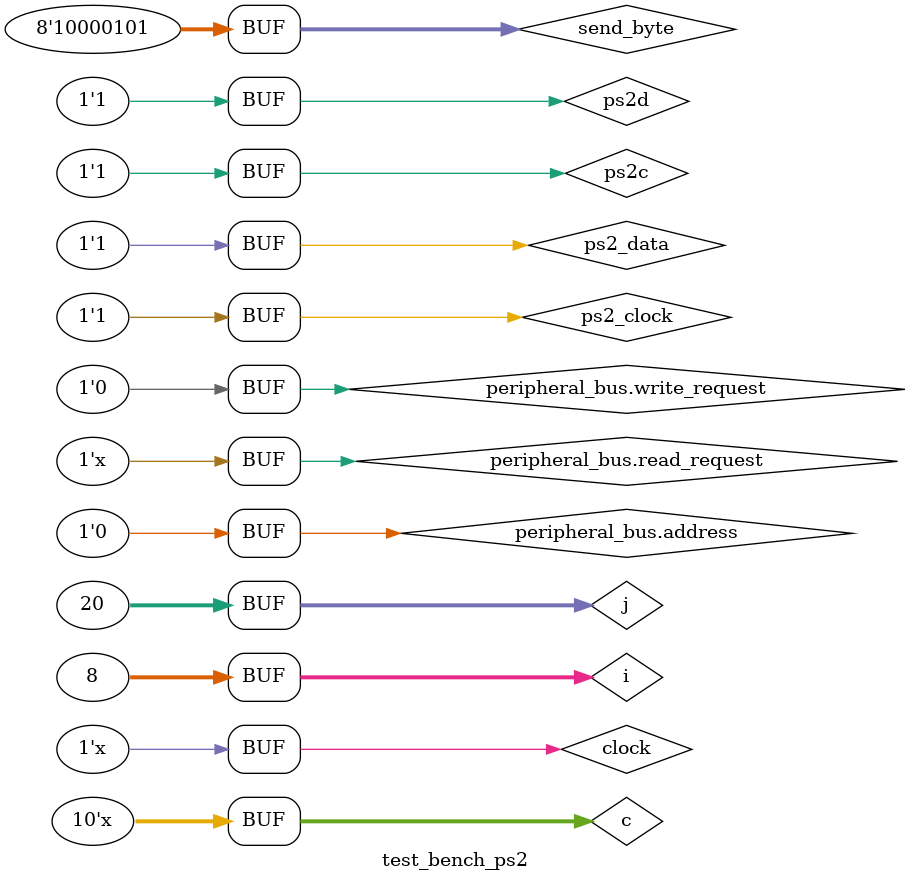
<source format=sv>
`timescale 1 ns/ 1 ps

`include "bus_interfaces.sv"

module test_bench_ps2;

      reg clock = 0;
      always #5 clock = ~clock;

      /*wire ps2_clock = 1'bz;
      wire ps2_data = 1'bz;
      pullup(ps2_clock);
      pullup(ps2_data);*/
      
      reg ps2_clock = 1;
      reg ps2_data = 1;
      wire ps2c = ps2_clock;
      wire ps2d = ps2_data;
      reg [7:0] send_byte;
      integer i, j;
      initial begin
            #60000;
            for (j = 0; j < 20; j = j+1) begin
                  send_byte = 133;
                  ps2_data = 0; ps2_clock = 0; #30000;
                  ps2_clock = 1; #30000;
                  for (i=0; i<8; i=i+1) begin
                        ps2_data = send_byte[i]; ps2_clock = 0; #30000;
                        ps2_clock = 1; #30000;
                  end
                  ps2_data = ~^send_byte; ps2_clock = 0; #30000;
                  ps2_clock = 1; #30000;
                  ps2_data = 1; ps2_clock = 0; #30000;
                  ps2_clock = 1; #30000;
                  #500000;
            end
      end
      
      slowIO_interface ps2_bus();
      ps2_controller ps2(
            .clock(clock),
            .reset(1'b0),
            .io_bus(ps2_bus),
            .ps2_clock(ps2c),
            .ps2_data(ps2d)
      );

      defparam ps2_buf.ADDR = 3'd4;
      defparam ps2_buf.WRITE_BUF_SIZE = 0;
      peripheral_interface peripheral_bus();
      slowIO_buffer ps2_buf(
            .reset(1'b0),
            .clock(clock),
            .peripheral_bus(peripheral_bus),
            .io_bus(ps2_bus)
      );
      assign peripheral_bus.write_request = 0;
      assign peripheral_bus.address = 3'd4;
      reg [9:0] c = 0;
      always #10 c = c + 1'b1;
      assign peripheral_bus.read_request = c == 0;
      
endmodule

</source>
